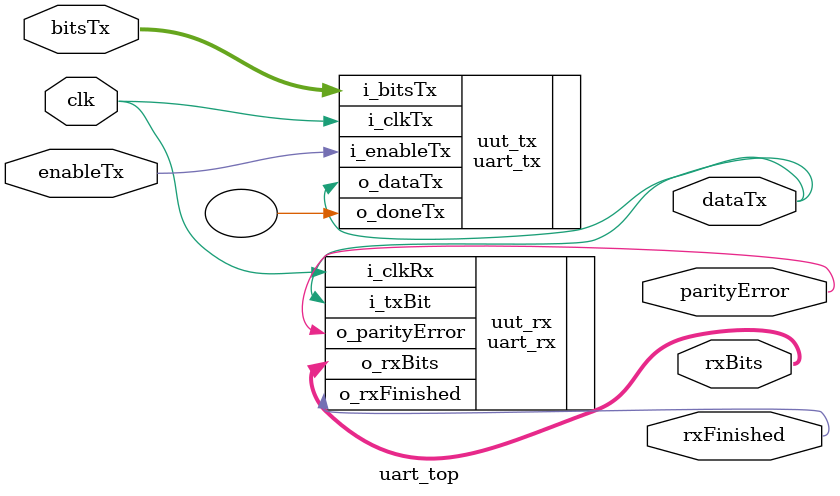
<source format=v>
module uart_top #(parameter clksPerBit = 87)(
    input wire clk,
    input wire enableTx,
    input wire [7:0] bitsTx,
    output wire dataTx,
    output wire rxFinished,
    output wire [7:0] rxBits,
    output wire parityError
);

    // UART transmitter
    uart_tx #(.clksPerBit(clksPerBit)) uut_tx (
        .i_clkTx(clk),
        .i_enableTx(enableTx),
        .i_bitsTx(bitsTx),
        .o_dataTx(dataTx),
        .o_doneTx()           
    );

    // UART receiver
    uart_rx #(.clksPerBit(clksPerBit)) uut_rx (
        .i_clkRx(clk),
        .i_txBit(dataTx),
        .o_rxFinished(rxFinished),
        .o_rxBits(rxBits),
        .o_parityError(parityError)
    );

endmodule
</source>
